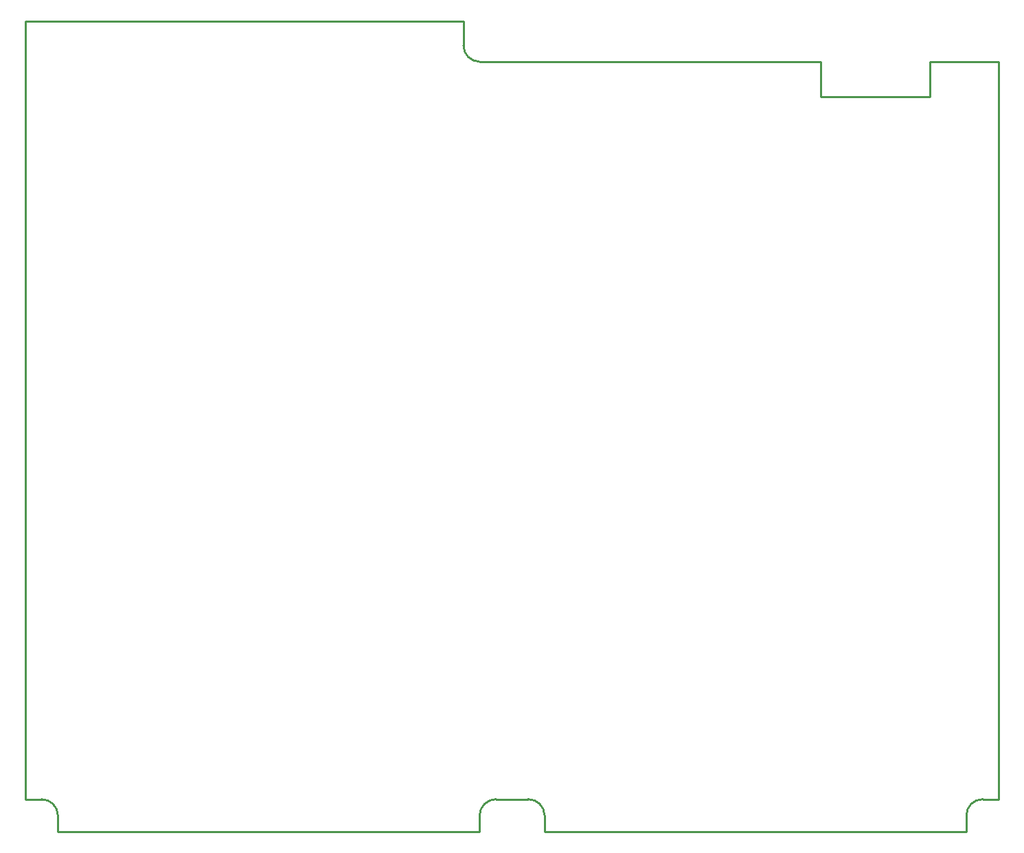
<source format=gm1>
G04*
G04 #@! TF.GenerationSoftware,Altium Limited,Altium Designer,20.1.10 (176)*
G04*
G04 Layer_Color=16711935*
%FSAX42Y42*%
%MOMM*%
G71*
G04*
G04 #@! TF.SameCoordinates,05C6C66F-C92C-4908-9B6B-627AEAEC3FAA*
G04*
G04*
G04 #@! TF.FilePolarity,Positive*
G04*
G01*
G75*
%ADD11C,0.25*%
D11*
X005726Y012867D02*
G03*
X005526Y013067I-000200J000000D01*
G01*
X010726Y022367D02*
G03*
X010926Y022167I000200J000000D01*
G01*
X017126Y013067D02*
G03*
X016926Y012867I000000J-000200D01*
G01*
X011726D02*
G03*
X011526Y013067I-000200J000000D01*
G01*
X011126D02*
G03*
X010926Y012867I000000J-000200D01*
G01*
X005726Y012667D02*
X010926D01*
X005726D02*
Y012867D01*
X005326Y013067D02*
X005526D01*
X005326D02*
Y022667D01*
X010726D01*
Y022367D02*
Y022667D01*
X017326Y013067D02*
Y022167D01*
X017126Y013067D02*
X017326D01*
X016926Y012667D02*
Y012867D01*
X011726Y012667D02*
X016926D01*
X011726D02*
Y012867D01*
X011126Y013067D02*
X011526D01*
X010926Y012667D02*
Y012867D01*
X015130Y021735D02*
X016476D01*
X015130D02*
Y022167D01*
X016476Y021735D02*
Y022167D01*
X010926Y022167D02*
X015130D01*
X016476D02*
X017326D01*
M02*

</source>
